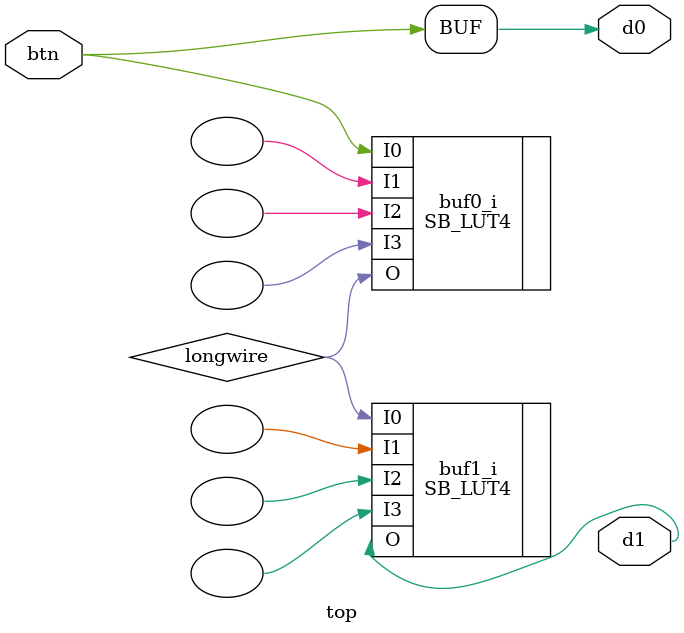
<source format=v>
module top(input btn, output d0, output d1);

assign d0 = btn;

(* keep *) SB_LUT4 #(.LUT_INIT(2)) buf0_i(.I0(btn), .I1(), .I2(), .I3(), .O(longwire));

(* keep *) SB_LUT4 #(.LUT_INIT(2)) buf1_i(.I0(longwire), .I1(), .I2(), .I3(), .O(d1));

endmodule

</source>
